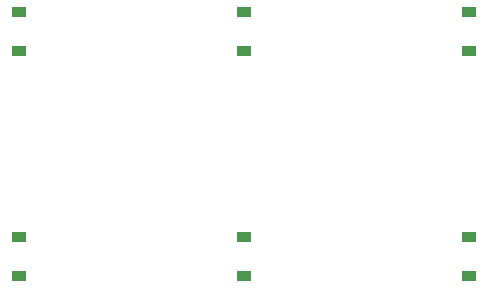
<source format=gbr>
G04 #@! TF.GenerationSoftware,KiCad,Pcbnew,(5.0.0-rc2-dev-471-ge4feb315d)*
G04 #@! TF.CreationDate,2018-04-21T02:21:12+01:00*
G04 #@! TF.ProjectId,cherry_breakout,6368657272795F627265616B6F75742E,rev?*
G04 #@! TF.SameCoordinates,Original*
G04 #@! TF.FileFunction,Paste,Bot*
G04 #@! TF.FilePolarity,Positive*
%FSLAX46Y46*%
G04 Gerber Fmt 4.6, Leading zero omitted, Abs format (unit mm)*
G04 Created by KiCad (PCBNEW (5.0.0-rc2-dev-471-ge4feb315d)) date Sat Apr 21 02:21:12 2018*
%MOMM*%
%LPD*%
G01*
G04 APERTURE LIST*
%ADD10R,1.200000X0.900000*%
G04 APERTURE END LIST*
D10*
X63500000Y-77090000D03*
X63500000Y-80390000D03*
X63500000Y-99440000D03*
X63500000Y-96140000D03*
X82550000Y-80390000D03*
X82550000Y-77090000D03*
X82550000Y-96140000D03*
X82550000Y-99440000D03*
X101600000Y-77090000D03*
X101600000Y-80390000D03*
X101600000Y-99440000D03*
X101600000Y-96140000D03*
M02*

</source>
